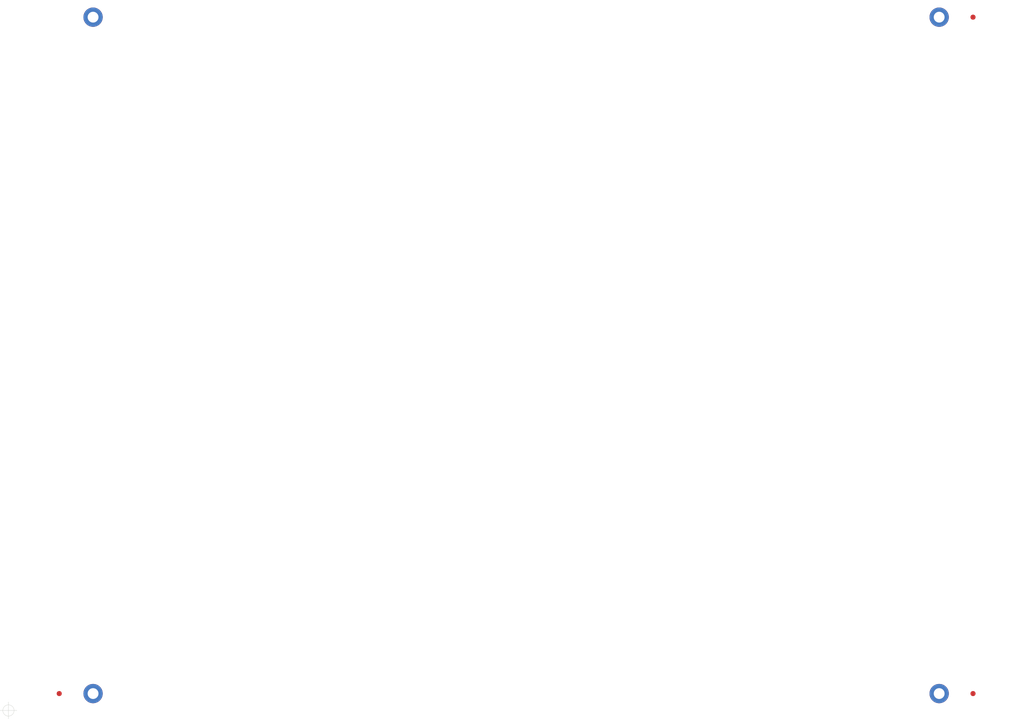
<source format=kicad_pcb>
(kicad_pcb (version 20171130) (host pcbnew "(5.1.2)-1")

  (general
    (thickness 1.6)
    (drawings 9)
    (tracks 0)
    (zones 0)
    (modules 7)
    (nets 1)
  )

  (page A3)
  (layers
    (0 F.Cu signal)
    (31 B.Cu signal)
    (32 B.Adhes user)
    (33 F.Adhes user)
    (34 B.Paste user)
    (35 F.Paste user)
    (36 B.SilkS user)
    (37 F.SilkS user)
    (38 B.Mask user)
    (39 F.Mask user)
    (40 Dwgs.User user)
    (41 Cmts.User user)
    (42 Eco1.User user)
    (43 Eco2.User user)
    (44 Edge.Cuts user)
    (45 Margin user)
    (46 B.CrtYd user)
    (47 F.CrtYd user)
    (48 B.Fab user)
    (49 F.Fab user)
  )

  (setup
    (last_trace_width 0.25)
    (trace_clearance 0.2)
    (zone_clearance 0.508)
    (zone_45_only no)
    (trace_min 0.2)
    (via_size 0.8)
    (via_drill 0.4)
    (via_min_size 0.4)
    (via_min_drill 0.3)
    (uvia_size 0.3)
    (uvia_drill 0.1)
    (uvias_allowed no)
    (uvia_min_size 0.2)
    (uvia_min_drill 0.1)
    (edge_width 0.1)
    (segment_width 0.2)
    (pcb_text_width 0.3)
    (pcb_text_size 1.5 1.5)
    (mod_edge_width 0.15)
    (mod_text_size 1 1)
    (mod_text_width 0.15)
    (pad_size 1.524 1.524)
    (pad_drill 0.762)
    (pad_to_mask_clearance 0)
    (aux_axis_origin 64 243)
    (grid_origin 64 243)
    (visible_elements 7FFDFF7F)
    (pcbplotparams
      (layerselection 0x010fc_ffffffff)
      (usegerberextensions false)
      (usegerberattributes false)
      (usegerberadvancedattributes false)
      (creategerberjobfile false)
      (excludeedgelayer true)
      (linewidth 0.100000)
      (plotframeref false)
      (viasonmask false)
      (mode 1)
      (useauxorigin false)
      (hpglpennumber 1)
      (hpglpenspeed 20)
      (hpglpendiameter 15.000000)
      (psnegative false)
      (psa4output false)
      (plotreference true)
      (plotvalue true)
      (plotinvisibletext false)
      (padsonsilk false)
      (subtractmaskfromsilk false)
      (outputformat 1)
      (mirror false)
      (drillshape 1)
      (scaleselection 1)
      (outputdirectory ""))
  )

  (net 0 "")

  (net_class Default "This is the default net class."
    (clearance 0.2)
    (trace_width 0.25)
    (via_dia 0.8)
    (via_drill 0.4)
    (uvia_dia 0.3)
    (uvia_drill 0.1)
  )

  (module Fiducials:Fiducial_1.5mm_Dia_3mm_Outer_CopperTop (layer F.Cu) (tedit 5CED49CA) (tstamp 5CED4B36)
    (at 349 38)
    (descr "Circular Fiducial, 1mm bare copper top; 2.54mm keepout")
    (tags marker)
    (attr virtual)
    (fp_text reference REF** (at -0.02 3.21) (layer F.SilkS) hide
      (effects (font (size 1 1) (thickness 0.15)))
    )
    (fp_text value Fiducial_1.5mm_Dia_3mm_Outer_CopperTop (at 0.1 -3.09) (layer F.Fab) hide
      (effects (font (size 1 1) (thickness 0.15)))
    )
    (fp_circle (center 0 0) (end 1.95 0) (layer F.CrtYd) (width 0.05))
    (pad ~ smd circle (at 0 0) (size 1.5 1.5) (layers F.Cu F.Mask)
      (solder_mask_margin 1.1) (clearance 1.1))
  )

  (module Fiducials:Fiducial_1.5mm_Dia_3mm_Outer_CopperTop (layer F.Cu) (tedit 5CED49CA) (tstamp 5CED4B2C)
    (at 349 238)
    (descr "Circular Fiducial, 1mm bare copper top; 2.54mm keepout")
    (tags marker)
    (attr virtual)
    (fp_text reference REF** (at -0.02 3.21) (layer F.SilkS) hide
      (effects (font (size 1 1) (thickness 0.15)))
    )
    (fp_text value Fiducial_1.5mm_Dia_3mm_Outer_CopperTop (at 0.1 -3.09) (layer F.Fab) hide
      (effects (font (size 1 1) (thickness 0.15)))
    )
    (fp_circle (center 0 0) (end 1.95 0) (layer F.CrtYd) (width 0.05))
    (pad ~ smd circle (at 0 0) (size 1.5 1.5) (layers F.Cu F.Mask)
      (solder_mask_margin 1.1) (clearance 1.1))
  )

  (module Fiducials:Fiducial_1.5mm_Dia_3mm_Outer_CopperTop (layer F.Cu) (tedit 5CED49CA) (tstamp 5CED4AEE)
    (at 79 238)
    (descr "Circular Fiducial, 1mm bare copper top; 2.54mm keepout")
    (tags marker)
    (attr virtual)
    (fp_text reference REF** (at -0.02 3.21) (layer F.SilkS) hide
      (effects (font (size 1 1) (thickness 0.15)))
    )
    (fp_text value Fiducial_1.5mm_Dia_3mm_Outer_CopperTop (at 0.1 -3.09) (layer F.Fab) hide
      (effects (font (size 1 1) (thickness 0.15)))
    )
    (fp_circle (center 0 0) (end 1.95 0) (layer F.CrtYd) (width 0.05))
    (pad ~ smd circle (at 0 0) (size 1.5 1.5) (layers F.Cu F.Mask)
      (solder_mask_margin 1.1) (clearance 1.1))
  )

  (module Mechanical:MountingHole_3.2mm_M3_ISO7380_Pad locked (layer F.Cu) (tedit 56D1B4CB) (tstamp 5CED47F4)
    (at 89 38)
    (descr "Mounting Hole 3.2mm, M3, ISO7380")
    (tags "mounting hole 3.2mm m3 iso7380")
    (attr virtual)
    (fp_text reference REF** (at 0 -3.85) (layer F.SilkS) hide
      (effects (font (size 1 1) (thickness 0.15)))
    )
    (fp_text value MountingHole_3.2mm_M3_ISO7380_Pad (at 0 3.85) (layer F.Fab) hide
      (effects (font (size 1 1) (thickness 0.15)))
    )
    (fp_circle (center 0 0) (end 3.1 0) (layer F.CrtYd) (width 0.05))
    (fp_circle (center 0 0) (end 2.85 0) (layer Cmts.User) (width 0.15))
    (fp_text user %R (at 0.3 0) (layer F.Fab) hide
      (effects (font (size 1 1) (thickness 0.15)))
    )
    (pad 1 thru_hole circle (at 0 0) (size 5.7 5.7) (drill 3.2) (layers *.Cu *.Mask))
  )

  (module Mechanical:MountingHole_3.2mm_M3_ISO7380_Pad locked (layer F.Cu) (tedit 56D1B4CB) (tstamp 5CED47D7)
    (at 339 38)
    (descr "Mounting Hole 3.2mm, M3, ISO7380")
    (tags "mounting hole 3.2mm m3 iso7380")
    (attr virtual)
    (fp_text reference REF** (at 0 -3.85) (layer F.SilkS) hide
      (effects (font (size 1 1) (thickness 0.15)))
    )
    (fp_text value MountingHole_3.2mm_M3_ISO7380_Pad (at 0 3.85) (layer F.Fab) hide
      (effects (font (size 1 1) (thickness 0.15)))
    )
    (fp_circle (center 0 0) (end 3.1 0) (layer F.CrtYd) (width 0.05))
    (fp_circle (center 0 0) (end 2.85 0) (layer Cmts.User) (width 0.15))
    (fp_text user %R (at 0.3 0) (layer F.Fab) hide
      (effects (font (size 1 1) (thickness 0.15)))
    )
    (pad 1 thru_hole circle (at 0 0) (size 5.7 5.7) (drill 3.2) (layers *.Cu *.Mask))
  )

  (module Mechanical:MountingHole_3.2mm_M3_ISO7380_Pad locked (layer F.Cu) (tedit 56D1B4CB) (tstamp 5CED47BA)
    (at 339 238)
    (descr "Mounting Hole 3.2mm, M3, ISO7380")
    (tags "mounting hole 3.2mm m3 iso7380")
    (attr virtual)
    (fp_text reference REF** (at 0 -3.85) (layer F.SilkS) hide
      (effects (font (size 1 1) (thickness 0.15)))
    )
    (fp_text value MountingHole_3.2mm_M3_ISO7380_Pad (at 0 3.85) (layer F.Fab) hide
      (effects (font (size 1 1) (thickness 0.15)))
    )
    (fp_circle (center 0 0) (end 3.1 0) (layer F.CrtYd) (width 0.05))
    (fp_circle (center 0 0) (end 2.85 0) (layer Cmts.User) (width 0.15))
    (fp_text user %R (at 0.3 0) (layer F.Fab) hide
      (effects (font (size 1 1) (thickness 0.15)))
    )
    (pad 1 thru_hole circle (at 0 0) (size 5.7 5.7) (drill 3.2) (layers *.Cu *.Mask))
  )

  (module Mechanical:MountingHole_3.2mm_M3_ISO7380_Pad locked (layer F.Cu) (tedit 56D1B4CB) (tstamp 5CED479D)
    (at 89 238)
    (descr "Mounting Hole 3.2mm, M3, ISO7380")
    (tags "mounting hole 3.2mm m3 iso7380")
    (attr virtual)
    (fp_text reference REF** (at 0 -3.85) (layer F.SilkS) hide
      (effects (font (size 1 1) (thickness 0.15)))
    )
    (fp_text value MountingHole_3.2mm_M3_ISO7380_Pad (at 0 3.85) (layer F.Fab) hide
      (effects (font (size 1 1) (thickness 0.15)))
    )
    (fp_circle (center 0 0) (end 3.1 0) (layer F.CrtYd) (width 0.05))
    (fp_circle (center 0 0) (end 2.85 0) (layer Cmts.User) (width 0.15))
    (fp_text user %R (at 0.3 0) (layer F.Fab) hide
      (effects (font (size 1 1) (thickness 0.15)))
    )
    (pad 1 thru_hole circle (at 0 0) (size 5.7 5.7) (drill 3.2) (layers *.Cu *.Mask))
  )

  (gr_line (start 74 233) (end 74 43) (layer F.Fab) (width 0.15) (tstamp 5CED470C))
  (gr_line (start 354 233) (end 74 233) (layer F.Fab) (width 0.15))
  (gr_line (start 354 43) (end 354 233) (layer F.Fab) (width 0.15))
  (gr_line (start 74 43) (end 354 43) (layer F.Fab) (width 0.15))
  (target plus (at 64 243) (size 5) (width 0.1) (layer Edge.Cuts))
  (gr_line (start 64 33) (end 64 243) (layer F.Fab) (width 0.15) (tstamp 5CED45F9))
  (gr_line (start 364 33) (end 64 33) (layer F.Fab) (width 0.15))
  (gr_line (start 364 243) (end 364 33) (layer F.Fab) (width 0.15))
  (gr_line (start 64 243) (end 364 243) (layer F.Fab) (width 0.15))

)

</source>
